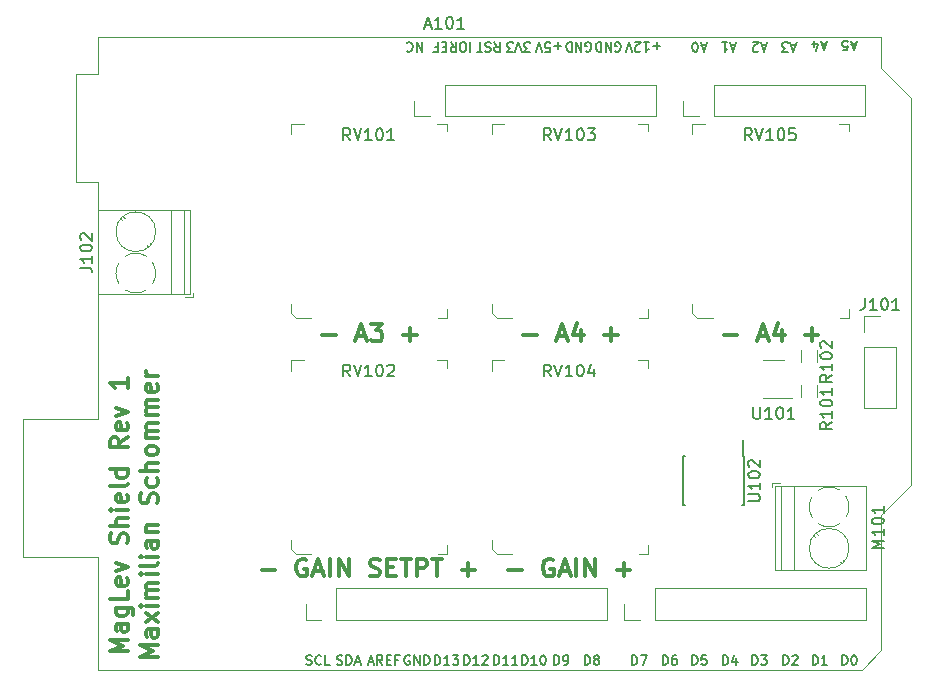
<source format=gbr>
G04 #@! TF.GenerationSoftware,KiCad,Pcbnew,(5.0.0-rc2-dev-668-g07e7340a9)*
G04 #@! TF.CreationDate,2019-04-05T10:17:21-04:00*
G04 #@! TF.ProjectId,MagLev,4D61674C65762E6B696361645F706362,rev?*
G04 #@! TF.SameCoordinates,Original*
G04 #@! TF.FileFunction,Legend,Top*
G04 #@! TF.FilePolarity,Positive*
%FSLAX46Y46*%
G04 Gerber Fmt 4.6, Leading zero omitted, Abs format (unit mm)*
G04 Created by KiCad (PCBNEW (5.0.0-rc2-dev-668-g07e7340a9)) date 04/05/19 10:17:21*
%MOMM*%
%LPD*%
G01*
G04 APERTURE LIST*
%ADD10C,0.300000*%
%ADD11C,0.200000*%
%ADD12C,0.120000*%
%ADD13C,0.100000*%
%ADD14C,0.150000*%
G04 APERTURE END LIST*
D10*
X103503571Y-117035714D02*
X102003571Y-117035714D01*
X103075000Y-116535714D01*
X102003571Y-116035714D01*
X103503571Y-116035714D01*
X103503571Y-114678571D02*
X102717857Y-114678571D01*
X102575000Y-114750000D01*
X102503571Y-114892857D01*
X102503571Y-115178571D01*
X102575000Y-115321428D01*
X103432142Y-114678571D02*
X103503571Y-114821428D01*
X103503571Y-115178571D01*
X103432142Y-115321428D01*
X103289285Y-115392857D01*
X103146428Y-115392857D01*
X103003571Y-115321428D01*
X102932142Y-115178571D01*
X102932142Y-114821428D01*
X102860714Y-114678571D01*
X102503571Y-113321428D02*
X103717857Y-113321428D01*
X103860714Y-113392857D01*
X103932142Y-113464285D01*
X104003571Y-113607142D01*
X104003571Y-113821428D01*
X103932142Y-113964285D01*
X103432142Y-113321428D02*
X103503571Y-113464285D01*
X103503571Y-113750000D01*
X103432142Y-113892857D01*
X103360714Y-113964285D01*
X103217857Y-114035714D01*
X102789285Y-114035714D01*
X102646428Y-113964285D01*
X102575000Y-113892857D01*
X102503571Y-113750000D01*
X102503571Y-113464285D01*
X102575000Y-113321428D01*
X103503571Y-111892857D02*
X103503571Y-112607142D01*
X102003571Y-112607142D01*
X103432142Y-110821428D02*
X103503571Y-110964285D01*
X103503571Y-111250000D01*
X103432142Y-111392857D01*
X103289285Y-111464285D01*
X102717857Y-111464285D01*
X102575000Y-111392857D01*
X102503571Y-111250000D01*
X102503571Y-110964285D01*
X102575000Y-110821428D01*
X102717857Y-110750000D01*
X102860714Y-110750000D01*
X103003571Y-111464285D01*
X102503571Y-110250000D02*
X103503571Y-109892857D01*
X102503571Y-109535714D01*
X103432142Y-107892857D02*
X103503571Y-107678571D01*
X103503571Y-107321428D01*
X103432142Y-107178571D01*
X103360714Y-107107142D01*
X103217857Y-107035714D01*
X103075000Y-107035714D01*
X102932142Y-107107142D01*
X102860714Y-107178571D01*
X102789285Y-107321428D01*
X102717857Y-107607142D01*
X102646428Y-107750000D01*
X102575000Y-107821428D01*
X102432142Y-107892857D01*
X102289285Y-107892857D01*
X102146428Y-107821428D01*
X102075000Y-107750000D01*
X102003571Y-107607142D01*
X102003571Y-107250000D01*
X102075000Y-107035714D01*
X103503571Y-106392857D02*
X102003571Y-106392857D01*
X103503571Y-105750000D02*
X102717857Y-105750000D01*
X102575000Y-105821428D01*
X102503571Y-105964285D01*
X102503571Y-106178571D01*
X102575000Y-106321428D01*
X102646428Y-106392857D01*
X103503571Y-105035714D02*
X102503571Y-105035714D01*
X102003571Y-105035714D02*
X102075000Y-105107142D01*
X102146428Y-105035714D01*
X102075000Y-104964285D01*
X102003571Y-105035714D01*
X102146428Y-105035714D01*
X103432142Y-103750000D02*
X103503571Y-103892857D01*
X103503571Y-104178571D01*
X103432142Y-104321428D01*
X103289285Y-104392857D01*
X102717857Y-104392857D01*
X102575000Y-104321428D01*
X102503571Y-104178571D01*
X102503571Y-103892857D01*
X102575000Y-103750000D01*
X102717857Y-103678571D01*
X102860714Y-103678571D01*
X103003571Y-104392857D01*
X103503571Y-102821428D02*
X103432142Y-102964285D01*
X103289285Y-103035714D01*
X102003571Y-103035714D01*
X103503571Y-101607142D02*
X102003571Y-101607142D01*
X103432142Y-101607142D02*
X103503571Y-101750000D01*
X103503571Y-102035714D01*
X103432142Y-102178571D01*
X103360714Y-102250000D01*
X103217857Y-102321428D01*
X102789285Y-102321428D01*
X102646428Y-102250000D01*
X102575000Y-102178571D01*
X102503571Y-102035714D01*
X102503571Y-101750000D01*
X102575000Y-101607142D01*
X103503571Y-98892857D02*
X102789285Y-99392857D01*
X103503571Y-99750000D02*
X102003571Y-99750000D01*
X102003571Y-99178571D01*
X102075000Y-99035714D01*
X102146428Y-98964285D01*
X102289285Y-98892857D01*
X102503571Y-98892857D01*
X102646428Y-98964285D01*
X102717857Y-99035714D01*
X102789285Y-99178571D01*
X102789285Y-99750000D01*
X103432142Y-97678571D02*
X103503571Y-97821428D01*
X103503571Y-98107142D01*
X103432142Y-98250000D01*
X103289285Y-98321428D01*
X102717857Y-98321428D01*
X102575000Y-98250000D01*
X102503571Y-98107142D01*
X102503571Y-97821428D01*
X102575000Y-97678571D01*
X102717857Y-97607142D01*
X102860714Y-97607142D01*
X103003571Y-98321428D01*
X102503571Y-97107142D02*
X103503571Y-96750000D01*
X102503571Y-96392857D01*
X103503571Y-93892857D02*
X103503571Y-94750000D01*
X103503571Y-94321428D02*
X102003571Y-94321428D01*
X102217857Y-94464285D01*
X102360714Y-94607142D01*
X102432142Y-94750000D01*
X106053571Y-117500000D02*
X104553571Y-117500000D01*
X105625000Y-117000000D01*
X104553571Y-116500000D01*
X106053571Y-116500000D01*
X106053571Y-115142857D02*
X105267857Y-115142857D01*
X105125000Y-115214285D01*
X105053571Y-115357142D01*
X105053571Y-115642857D01*
X105125000Y-115785714D01*
X105982142Y-115142857D02*
X106053571Y-115285714D01*
X106053571Y-115642857D01*
X105982142Y-115785714D01*
X105839285Y-115857142D01*
X105696428Y-115857142D01*
X105553571Y-115785714D01*
X105482142Y-115642857D01*
X105482142Y-115285714D01*
X105410714Y-115142857D01*
X106053571Y-114571428D02*
X105053571Y-113785714D01*
X105053571Y-114571428D02*
X106053571Y-113785714D01*
X106053571Y-113214285D02*
X105053571Y-113214285D01*
X104553571Y-113214285D02*
X104625000Y-113285714D01*
X104696428Y-113214285D01*
X104625000Y-113142857D01*
X104553571Y-113214285D01*
X104696428Y-113214285D01*
X106053571Y-112500000D02*
X105053571Y-112500000D01*
X105196428Y-112500000D02*
X105125000Y-112428571D01*
X105053571Y-112285714D01*
X105053571Y-112071428D01*
X105125000Y-111928571D01*
X105267857Y-111857142D01*
X106053571Y-111857142D01*
X105267857Y-111857142D02*
X105125000Y-111785714D01*
X105053571Y-111642857D01*
X105053571Y-111428571D01*
X105125000Y-111285714D01*
X105267857Y-111214285D01*
X106053571Y-111214285D01*
X106053571Y-110500000D02*
X105053571Y-110500000D01*
X104553571Y-110500000D02*
X104625000Y-110571428D01*
X104696428Y-110500000D01*
X104625000Y-110428571D01*
X104553571Y-110500000D01*
X104696428Y-110500000D01*
X106053571Y-109571428D02*
X105982142Y-109714285D01*
X105839285Y-109785714D01*
X104553571Y-109785714D01*
X106053571Y-109000000D02*
X105053571Y-109000000D01*
X104553571Y-109000000D02*
X104625000Y-109071428D01*
X104696428Y-109000000D01*
X104625000Y-108928571D01*
X104553571Y-109000000D01*
X104696428Y-109000000D01*
X106053571Y-107642857D02*
X105267857Y-107642857D01*
X105125000Y-107714285D01*
X105053571Y-107857142D01*
X105053571Y-108142857D01*
X105125000Y-108285714D01*
X105982142Y-107642857D02*
X106053571Y-107785714D01*
X106053571Y-108142857D01*
X105982142Y-108285714D01*
X105839285Y-108357142D01*
X105696428Y-108357142D01*
X105553571Y-108285714D01*
X105482142Y-108142857D01*
X105482142Y-107785714D01*
X105410714Y-107642857D01*
X105053571Y-106928571D02*
X106053571Y-106928571D01*
X105196428Y-106928571D02*
X105125000Y-106857142D01*
X105053571Y-106714285D01*
X105053571Y-106500000D01*
X105125000Y-106357142D01*
X105267857Y-106285714D01*
X106053571Y-106285714D01*
X105982142Y-104500000D02*
X106053571Y-104285714D01*
X106053571Y-103928571D01*
X105982142Y-103785714D01*
X105910714Y-103714285D01*
X105767857Y-103642857D01*
X105625000Y-103642857D01*
X105482142Y-103714285D01*
X105410714Y-103785714D01*
X105339285Y-103928571D01*
X105267857Y-104214285D01*
X105196428Y-104357142D01*
X105125000Y-104428571D01*
X104982142Y-104500000D01*
X104839285Y-104500000D01*
X104696428Y-104428571D01*
X104625000Y-104357142D01*
X104553571Y-104214285D01*
X104553571Y-103857142D01*
X104625000Y-103642857D01*
X105982142Y-102357142D02*
X106053571Y-102500000D01*
X106053571Y-102785714D01*
X105982142Y-102928571D01*
X105910714Y-103000000D01*
X105767857Y-103071428D01*
X105339285Y-103071428D01*
X105196428Y-103000000D01*
X105125000Y-102928571D01*
X105053571Y-102785714D01*
X105053571Y-102500000D01*
X105125000Y-102357142D01*
X106053571Y-101714285D02*
X104553571Y-101714285D01*
X106053571Y-101071428D02*
X105267857Y-101071428D01*
X105125000Y-101142857D01*
X105053571Y-101285714D01*
X105053571Y-101500000D01*
X105125000Y-101642857D01*
X105196428Y-101714285D01*
X106053571Y-100142857D02*
X105982142Y-100285714D01*
X105910714Y-100357142D01*
X105767857Y-100428571D01*
X105339285Y-100428571D01*
X105196428Y-100357142D01*
X105125000Y-100285714D01*
X105053571Y-100142857D01*
X105053571Y-99928571D01*
X105125000Y-99785714D01*
X105196428Y-99714285D01*
X105339285Y-99642857D01*
X105767857Y-99642857D01*
X105910714Y-99714285D01*
X105982142Y-99785714D01*
X106053571Y-99928571D01*
X106053571Y-100142857D01*
X106053571Y-99000000D02*
X105053571Y-99000000D01*
X105196428Y-99000000D02*
X105125000Y-98928571D01*
X105053571Y-98785714D01*
X105053571Y-98571428D01*
X105125000Y-98428571D01*
X105267857Y-98357142D01*
X106053571Y-98357142D01*
X105267857Y-98357142D02*
X105125000Y-98285714D01*
X105053571Y-98142857D01*
X105053571Y-97928571D01*
X105125000Y-97785714D01*
X105267857Y-97714285D01*
X106053571Y-97714285D01*
X106053571Y-97000000D02*
X105053571Y-97000000D01*
X105196428Y-97000000D02*
X105125000Y-96928571D01*
X105053571Y-96785714D01*
X105053571Y-96571428D01*
X105125000Y-96428571D01*
X105267857Y-96357142D01*
X106053571Y-96357142D01*
X105267857Y-96357142D02*
X105125000Y-96285714D01*
X105053571Y-96142857D01*
X105053571Y-95928571D01*
X105125000Y-95785714D01*
X105267857Y-95714285D01*
X106053571Y-95714285D01*
X105982142Y-94428571D02*
X106053571Y-94571428D01*
X106053571Y-94857142D01*
X105982142Y-95000000D01*
X105839285Y-95071428D01*
X105267857Y-95071428D01*
X105125000Y-95000000D01*
X105053571Y-94857142D01*
X105053571Y-94571428D01*
X105125000Y-94428571D01*
X105267857Y-94357142D01*
X105410714Y-94357142D01*
X105553571Y-95071428D01*
X106053571Y-93714285D02*
X105053571Y-93714285D01*
X105339285Y-93714285D02*
X105196428Y-93642857D01*
X105125000Y-93571428D01*
X105053571Y-93428571D01*
X105053571Y-93285714D01*
D11*
X128428571Y-65438095D02*
X128428571Y-66238095D01*
X127971428Y-65438095D01*
X127971428Y-66238095D01*
X127133333Y-65514285D02*
X127171428Y-65476190D01*
X127285714Y-65438095D01*
X127361904Y-65438095D01*
X127476190Y-65476190D01*
X127552380Y-65552380D01*
X127590476Y-65628571D01*
X127628571Y-65780952D01*
X127628571Y-65895238D01*
X127590476Y-66047619D01*
X127552380Y-66123809D01*
X127476190Y-66200000D01*
X127361904Y-66238095D01*
X127285714Y-66238095D01*
X127171428Y-66200000D01*
X127133333Y-66161904D01*
X132523809Y-65438095D02*
X132523809Y-66238095D01*
X131990476Y-66238095D02*
X131838095Y-66238095D01*
X131761904Y-66200000D01*
X131685714Y-66123809D01*
X131647619Y-65971428D01*
X131647619Y-65704761D01*
X131685714Y-65552380D01*
X131761904Y-65476190D01*
X131838095Y-65438095D01*
X131990476Y-65438095D01*
X132066666Y-65476190D01*
X132142857Y-65552380D01*
X132180952Y-65704761D01*
X132180952Y-65971428D01*
X132142857Y-66123809D01*
X132066666Y-66200000D01*
X131990476Y-66238095D01*
X130847619Y-65438095D02*
X131114285Y-65819047D01*
X131304761Y-65438095D02*
X131304761Y-66238095D01*
X131000000Y-66238095D01*
X130923809Y-66200000D01*
X130885714Y-66161904D01*
X130847619Y-66085714D01*
X130847619Y-65971428D01*
X130885714Y-65895238D01*
X130923809Y-65857142D01*
X131000000Y-65819047D01*
X131304761Y-65819047D01*
X130504761Y-65857142D02*
X130238095Y-65857142D01*
X130123809Y-65438095D02*
X130504761Y-65438095D01*
X130504761Y-66238095D01*
X130123809Y-66238095D01*
X129514285Y-65857142D02*
X129780952Y-65857142D01*
X129780952Y-65438095D02*
X129780952Y-66238095D01*
X129400000Y-66238095D01*
X134538095Y-65438095D02*
X134804761Y-65819047D01*
X134995238Y-65438095D02*
X134995238Y-66238095D01*
X134690476Y-66238095D01*
X134614285Y-66200000D01*
X134576190Y-66161904D01*
X134538095Y-66085714D01*
X134538095Y-65971428D01*
X134576190Y-65895238D01*
X134614285Y-65857142D01*
X134690476Y-65819047D01*
X134995238Y-65819047D01*
X134233333Y-65476190D02*
X134119047Y-65438095D01*
X133928571Y-65438095D01*
X133852380Y-65476190D01*
X133814285Y-65514285D01*
X133776190Y-65590476D01*
X133776190Y-65666666D01*
X133814285Y-65742857D01*
X133852380Y-65780952D01*
X133928571Y-65819047D01*
X134080952Y-65857142D01*
X134157142Y-65895238D01*
X134195238Y-65933333D01*
X134233333Y-66009523D01*
X134233333Y-66085714D01*
X134195238Y-66161904D01*
X134157142Y-66200000D01*
X134080952Y-66238095D01*
X133890476Y-66238095D01*
X133776190Y-66200000D01*
X133547619Y-66238095D02*
X133090476Y-66238095D01*
X133319047Y-65438095D02*
X133319047Y-66238095D01*
X137590476Y-66238095D02*
X137095238Y-66238095D01*
X137361904Y-65933333D01*
X137247619Y-65933333D01*
X137171428Y-65895238D01*
X137133333Y-65857142D01*
X137095238Y-65780952D01*
X137095238Y-65590476D01*
X137133333Y-65514285D01*
X137171428Y-65476190D01*
X137247619Y-65438095D01*
X137476190Y-65438095D01*
X137552380Y-65476190D01*
X137590476Y-65514285D01*
X136866666Y-66238095D02*
X136600000Y-65438095D01*
X136333333Y-66238095D01*
X136142857Y-66238095D02*
X135647619Y-66238095D01*
X135914285Y-65933333D01*
X135800000Y-65933333D01*
X135723809Y-65895238D01*
X135685714Y-65857142D01*
X135647619Y-65780952D01*
X135647619Y-65590476D01*
X135685714Y-65514285D01*
X135723809Y-65476190D01*
X135800000Y-65438095D01*
X136028571Y-65438095D01*
X136104761Y-65476190D01*
X136142857Y-65514285D01*
X140228571Y-65742857D02*
X139619047Y-65742857D01*
X139923809Y-65438095D02*
X139923809Y-66047619D01*
X138857142Y-66238095D02*
X139238095Y-66238095D01*
X139276190Y-65857142D01*
X139238095Y-65895238D01*
X139161904Y-65933333D01*
X138971428Y-65933333D01*
X138895238Y-65895238D01*
X138857142Y-65857142D01*
X138819047Y-65780952D01*
X138819047Y-65590476D01*
X138857142Y-65514285D01*
X138895238Y-65476190D01*
X138971428Y-65438095D01*
X139161904Y-65438095D01*
X139238095Y-65476190D01*
X139276190Y-65514285D01*
X138590476Y-66238095D02*
X138323809Y-65438095D01*
X138057142Y-66238095D01*
X142309523Y-66200000D02*
X142385714Y-66238095D01*
X142500000Y-66238095D01*
X142614285Y-66200000D01*
X142690476Y-66123809D01*
X142728571Y-66047619D01*
X142766666Y-65895238D01*
X142766666Y-65780952D01*
X142728571Y-65628571D01*
X142690476Y-65552380D01*
X142614285Y-65476190D01*
X142500000Y-65438095D01*
X142423809Y-65438095D01*
X142309523Y-65476190D01*
X142271428Y-65514285D01*
X142271428Y-65780952D01*
X142423809Y-65780952D01*
X141928571Y-65438095D02*
X141928571Y-66238095D01*
X141471428Y-65438095D01*
X141471428Y-66238095D01*
X141090476Y-65438095D02*
X141090476Y-66238095D01*
X140900000Y-66238095D01*
X140785714Y-66200000D01*
X140709523Y-66123809D01*
X140671428Y-66047619D01*
X140633333Y-65895238D01*
X140633333Y-65780952D01*
X140671428Y-65628571D01*
X140709523Y-65552380D01*
X140785714Y-65476190D01*
X140900000Y-65438095D01*
X141090476Y-65438095D01*
X144809523Y-66200000D02*
X144885714Y-66238095D01*
X145000000Y-66238095D01*
X145114285Y-66200000D01*
X145190476Y-66123809D01*
X145228571Y-66047619D01*
X145266666Y-65895238D01*
X145266666Y-65780952D01*
X145228571Y-65628571D01*
X145190476Y-65552380D01*
X145114285Y-65476190D01*
X145000000Y-65438095D01*
X144923809Y-65438095D01*
X144809523Y-65476190D01*
X144771428Y-65514285D01*
X144771428Y-65780952D01*
X144923809Y-65780952D01*
X144428571Y-65438095D02*
X144428571Y-66238095D01*
X143971428Y-65438095D01*
X143971428Y-66238095D01*
X143590476Y-65438095D02*
X143590476Y-66238095D01*
X143400000Y-66238095D01*
X143285714Y-66200000D01*
X143209523Y-66123809D01*
X143171428Y-66047619D01*
X143133333Y-65895238D01*
X143133333Y-65780952D01*
X143171428Y-65628571D01*
X143209523Y-65552380D01*
X143285714Y-65476190D01*
X143400000Y-65438095D01*
X143590476Y-65438095D01*
X148609523Y-65742857D02*
X148000000Y-65742857D01*
X148304761Y-65438095D02*
X148304761Y-66047619D01*
X147200000Y-65438095D02*
X147657142Y-65438095D01*
X147428571Y-65438095D02*
X147428571Y-66238095D01*
X147504761Y-66123809D01*
X147580952Y-66047619D01*
X147657142Y-66009523D01*
X146895238Y-66161904D02*
X146857142Y-66200000D01*
X146780952Y-66238095D01*
X146590476Y-66238095D01*
X146514285Y-66200000D01*
X146476190Y-66161904D01*
X146438095Y-66085714D01*
X146438095Y-66009523D01*
X146476190Y-65895238D01*
X146933333Y-65438095D01*
X146438095Y-65438095D01*
X146209523Y-66238095D02*
X145942857Y-65438095D01*
X145676190Y-66238095D01*
X152471428Y-65666666D02*
X152090476Y-65666666D01*
X152547619Y-65438095D02*
X152280952Y-66238095D01*
X152014285Y-65438095D01*
X151595238Y-66238095D02*
X151519047Y-66238095D01*
X151442857Y-66200000D01*
X151404761Y-66161904D01*
X151366666Y-66085714D01*
X151328571Y-65933333D01*
X151328571Y-65742857D01*
X151366666Y-65590476D01*
X151404761Y-65514285D01*
X151442857Y-65476190D01*
X151519047Y-65438095D01*
X151595238Y-65438095D01*
X151671428Y-65476190D01*
X151709523Y-65514285D01*
X151747619Y-65590476D01*
X151785714Y-65742857D01*
X151785714Y-65933333D01*
X151747619Y-66085714D01*
X151709523Y-66161904D01*
X151671428Y-66200000D01*
X151595238Y-66238095D01*
X154971428Y-65666666D02*
X154590476Y-65666666D01*
X155047619Y-65438095D02*
X154780952Y-66238095D01*
X154514285Y-65438095D01*
X153828571Y-65438095D02*
X154285714Y-65438095D01*
X154057142Y-65438095D02*
X154057142Y-66238095D01*
X154133333Y-66123809D01*
X154209523Y-66047619D01*
X154285714Y-66009523D01*
X157571428Y-65666666D02*
X157190476Y-65666666D01*
X157647619Y-65438095D02*
X157380952Y-66238095D01*
X157114285Y-65438095D01*
X156885714Y-66161904D02*
X156847619Y-66200000D01*
X156771428Y-66238095D01*
X156580952Y-66238095D01*
X156504761Y-66200000D01*
X156466666Y-66161904D01*
X156428571Y-66085714D01*
X156428571Y-66009523D01*
X156466666Y-65895238D01*
X156923809Y-65438095D01*
X156428571Y-65438095D01*
X160071428Y-65666666D02*
X159690476Y-65666666D01*
X160147619Y-65438095D02*
X159880952Y-66238095D01*
X159614285Y-65438095D01*
X159423809Y-66238095D02*
X158928571Y-66238095D01*
X159195238Y-65933333D01*
X159080952Y-65933333D01*
X159004761Y-65895238D01*
X158966666Y-65857142D01*
X158928571Y-65780952D01*
X158928571Y-65590476D01*
X158966666Y-65514285D01*
X159004761Y-65476190D01*
X159080952Y-65438095D01*
X159309523Y-65438095D01*
X159385714Y-65476190D01*
X159423809Y-65514285D01*
X162671428Y-65566666D02*
X162290476Y-65566666D01*
X162747619Y-65338095D02*
X162480952Y-66138095D01*
X162214285Y-65338095D01*
X161604761Y-65871428D02*
X161604761Y-65338095D01*
X161795238Y-66176190D02*
X161985714Y-65604761D01*
X161490476Y-65604761D01*
X165171428Y-65566666D02*
X164790476Y-65566666D01*
X165247619Y-65338095D02*
X164980952Y-66138095D01*
X164714285Y-65338095D01*
X164066666Y-66138095D02*
X164447619Y-66138095D01*
X164485714Y-65757142D01*
X164447619Y-65795238D01*
X164371428Y-65833333D01*
X164180952Y-65833333D01*
X164104761Y-65795238D01*
X164066666Y-65757142D01*
X164028571Y-65680952D01*
X164028571Y-65490476D01*
X164066666Y-65414285D01*
X164104761Y-65376190D01*
X164180952Y-65338095D01*
X164371428Y-65338095D01*
X164447619Y-65376190D01*
X164485714Y-65414285D01*
X164009523Y-118161904D02*
X164009523Y-117361904D01*
X164200000Y-117361904D01*
X164314285Y-117400000D01*
X164390476Y-117476190D01*
X164428571Y-117552380D01*
X164466666Y-117704761D01*
X164466666Y-117819047D01*
X164428571Y-117971428D01*
X164390476Y-118047619D01*
X164314285Y-118123809D01*
X164200000Y-118161904D01*
X164009523Y-118161904D01*
X164961904Y-117361904D02*
X165038095Y-117361904D01*
X165114285Y-117400000D01*
X165152380Y-117438095D01*
X165190476Y-117514285D01*
X165228571Y-117666666D01*
X165228571Y-117857142D01*
X165190476Y-118009523D01*
X165152380Y-118085714D01*
X165114285Y-118123809D01*
X165038095Y-118161904D01*
X164961904Y-118161904D01*
X164885714Y-118123809D01*
X164847619Y-118085714D01*
X164809523Y-118009523D01*
X164771428Y-117857142D01*
X164771428Y-117666666D01*
X164809523Y-117514285D01*
X164847619Y-117438095D01*
X164885714Y-117400000D01*
X164961904Y-117361904D01*
X161509523Y-118161904D02*
X161509523Y-117361904D01*
X161700000Y-117361904D01*
X161814285Y-117400000D01*
X161890476Y-117476190D01*
X161928571Y-117552380D01*
X161966666Y-117704761D01*
X161966666Y-117819047D01*
X161928571Y-117971428D01*
X161890476Y-118047619D01*
X161814285Y-118123809D01*
X161700000Y-118161904D01*
X161509523Y-118161904D01*
X162728571Y-118161904D02*
X162271428Y-118161904D01*
X162500000Y-118161904D02*
X162500000Y-117361904D01*
X162423809Y-117476190D01*
X162347619Y-117552380D01*
X162271428Y-117590476D01*
X159009523Y-118161904D02*
X159009523Y-117361904D01*
X159200000Y-117361904D01*
X159314285Y-117400000D01*
X159390476Y-117476190D01*
X159428571Y-117552380D01*
X159466666Y-117704761D01*
X159466666Y-117819047D01*
X159428571Y-117971428D01*
X159390476Y-118047619D01*
X159314285Y-118123809D01*
X159200000Y-118161904D01*
X159009523Y-118161904D01*
X159771428Y-117438095D02*
X159809523Y-117400000D01*
X159885714Y-117361904D01*
X160076190Y-117361904D01*
X160152380Y-117400000D01*
X160190476Y-117438095D01*
X160228571Y-117514285D01*
X160228571Y-117590476D01*
X160190476Y-117704761D01*
X159733333Y-118161904D01*
X160228571Y-118161904D01*
X156409523Y-118161904D02*
X156409523Y-117361904D01*
X156600000Y-117361904D01*
X156714285Y-117400000D01*
X156790476Y-117476190D01*
X156828571Y-117552380D01*
X156866666Y-117704761D01*
X156866666Y-117819047D01*
X156828571Y-117971428D01*
X156790476Y-118047619D01*
X156714285Y-118123809D01*
X156600000Y-118161904D01*
X156409523Y-118161904D01*
X157133333Y-117361904D02*
X157628571Y-117361904D01*
X157361904Y-117666666D01*
X157476190Y-117666666D01*
X157552380Y-117704761D01*
X157590476Y-117742857D01*
X157628571Y-117819047D01*
X157628571Y-118009523D01*
X157590476Y-118085714D01*
X157552380Y-118123809D01*
X157476190Y-118161904D01*
X157247619Y-118161904D01*
X157171428Y-118123809D01*
X157133333Y-118085714D01*
X153909523Y-118161904D02*
X153909523Y-117361904D01*
X154100000Y-117361904D01*
X154214285Y-117400000D01*
X154290476Y-117476190D01*
X154328571Y-117552380D01*
X154366666Y-117704761D01*
X154366666Y-117819047D01*
X154328571Y-117971428D01*
X154290476Y-118047619D01*
X154214285Y-118123809D01*
X154100000Y-118161904D01*
X153909523Y-118161904D01*
X155052380Y-117628571D02*
X155052380Y-118161904D01*
X154861904Y-117323809D02*
X154671428Y-117895238D01*
X155166666Y-117895238D01*
X151309523Y-118161904D02*
X151309523Y-117361904D01*
X151500000Y-117361904D01*
X151614285Y-117400000D01*
X151690476Y-117476190D01*
X151728571Y-117552380D01*
X151766666Y-117704761D01*
X151766666Y-117819047D01*
X151728571Y-117971428D01*
X151690476Y-118047619D01*
X151614285Y-118123809D01*
X151500000Y-118161904D01*
X151309523Y-118161904D01*
X152490476Y-117361904D02*
X152109523Y-117361904D01*
X152071428Y-117742857D01*
X152109523Y-117704761D01*
X152185714Y-117666666D01*
X152376190Y-117666666D01*
X152452380Y-117704761D01*
X152490476Y-117742857D01*
X152528571Y-117819047D01*
X152528571Y-118009523D01*
X152490476Y-118085714D01*
X152452380Y-118123809D01*
X152376190Y-118161904D01*
X152185714Y-118161904D01*
X152109523Y-118123809D01*
X152071428Y-118085714D01*
X148809523Y-118161904D02*
X148809523Y-117361904D01*
X149000000Y-117361904D01*
X149114285Y-117400000D01*
X149190476Y-117476190D01*
X149228571Y-117552380D01*
X149266666Y-117704761D01*
X149266666Y-117819047D01*
X149228571Y-117971428D01*
X149190476Y-118047619D01*
X149114285Y-118123809D01*
X149000000Y-118161904D01*
X148809523Y-118161904D01*
X149952380Y-117361904D02*
X149800000Y-117361904D01*
X149723809Y-117400000D01*
X149685714Y-117438095D01*
X149609523Y-117552380D01*
X149571428Y-117704761D01*
X149571428Y-118009523D01*
X149609523Y-118085714D01*
X149647619Y-118123809D01*
X149723809Y-118161904D01*
X149876190Y-118161904D01*
X149952380Y-118123809D01*
X149990476Y-118085714D01*
X150028571Y-118009523D01*
X150028571Y-117819047D01*
X149990476Y-117742857D01*
X149952380Y-117704761D01*
X149876190Y-117666666D01*
X149723809Y-117666666D01*
X149647619Y-117704761D01*
X149609523Y-117742857D01*
X149571428Y-117819047D01*
X146209523Y-118161904D02*
X146209523Y-117361904D01*
X146400000Y-117361904D01*
X146514285Y-117400000D01*
X146590476Y-117476190D01*
X146628571Y-117552380D01*
X146666666Y-117704761D01*
X146666666Y-117819047D01*
X146628571Y-117971428D01*
X146590476Y-118047619D01*
X146514285Y-118123809D01*
X146400000Y-118161904D01*
X146209523Y-118161904D01*
X146933333Y-117361904D02*
X147466666Y-117361904D01*
X147123809Y-118161904D01*
X142209523Y-118161904D02*
X142209523Y-117361904D01*
X142400000Y-117361904D01*
X142514285Y-117400000D01*
X142590476Y-117476190D01*
X142628571Y-117552380D01*
X142666666Y-117704761D01*
X142666666Y-117819047D01*
X142628571Y-117971428D01*
X142590476Y-118047619D01*
X142514285Y-118123809D01*
X142400000Y-118161904D01*
X142209523Y-118161904D01*
X143123809Y-117704761D02*
X143047619Y-117666666D01*
X143009523Y-117628571D01*
X142971428Y-117552380D01*
X142971428Y-117514285D01*
X143009523Y-117438095D01*
X143047619Y-117400000D01*
X143123809Y-117361904D01*
X143276190Y-117361904D01*
X143352380Y-117400000D01*
X143390476Y-117438095D01*
X143428571Y-117514285D01*
X143428571Y-117552380D01*
X143390476Y-117628571D01*
X143352380Y-117666666D01*
X143276190Y-117704761D01*
X143123809Y-117704761D01*
X143047619Y-117742857D01*
X143009523Y-117780952D01*
X142971428Y-117857142D01*
X142971428Y-118009523D01*
X143009523Y-118085714D01*
X143047619Y-118123809D01*
X143123809Y-118161904D01*
X143276190Y-118161904D01*
X143352380Y-118123809D01*
X143390476Y-118085714D01*
X143428571Y-118009523D01*
X143428571Y-117857142D01*
X143390476Y-117780952D01*
X143352380Y-117742857D01*
X143276190Y-117704761D01*
X139609523Y-118161904D02*
X139609523Y-117361904D01*
X139800000Y-117361904D01*
X139914285Y-117400000D01*
X139990476Y-117476190D01*
X140028571Y-117552380D01*
X140066666Y-117704761D01*
X140066666Y-117819047D01*
X140028571Y-117971428D01*
X139990476Y-118047619D01*
X139914285Y-118123809D01*
X139800000Y-118161904D01*
X139609523Y-118161904D01*
X140447619Y-118161904D02*
X140600000Y-118161904D01*
X140676190Y-118123809D01*
X140714285Y-118085714D01*
X140790476Y-117971428D01*
X140828571Y-117819047D01*
X140828571Y-117514285D01*
X140790476Y-117438095D01*
X140752380Y-117400000D01*
X140676190Y-117361904D01*
X140523809Y-117361904D01*
X140447619Y-117400000D01*
X140409523Y-117438095D01*
X140371428Y-117514285D01*
X140371428Y-117704761D01*
X140409523Y-117780952D01*
X140447619Y-117819047D01*
X140523809Y-117857142D01*
X140676190Y-117857142D01*
X140752380Y-117819047D01*
X140790476Y-117780952D01*
X140828571Y-117704761D01*
X136928571Y-118161904D02*
X136928571Y-117361904D01*
X137119047Y-117361904D01*
X137233333Y-117400000D01*
X137309523Y-117476190D01*
X137347619Y-117552380D01*
X137385714Y-117704761D01*
X137385714Y-117819047D01*
X137347619Y-117971428D01*
X137309523Y-118047619D01*
X137233333Y-118123809D01*
X137119047Y-118161904D01*
X136928571Y-118161904D01*
X138147619Y-118161904D02*
X137690476Y-118161904D01*
X137919047Y-118161904D02*
X137919047Y-117361904D01*
X137842857Y-117476190D01*
X137766666Y-117552380D01*
X137690476Y-117590476D01*
X138642857Y-117361904D02*
X138719047Y-117361904D01*
X138795238Y-117400000D01*
X138833333Y-117438095D01*
X138871428Y-117514285D01*
X138909523Y-117666666D01*
X138909523Y-117857142D01*
X138871428Y-118009523D01*
X138833333Y-118085714D01*
X138795238Y-118123809D01*
X138719047Y-118161904D01*
X138642857Y-118161904D01*
X138566666Y-118123809D01*
X138528571Y-118085714D01*
X138490476Y-118009523D01*
X138452380Y-117857142D01*
X138452380Y-117666666D01*
X138490476Y-117514285D01*
X138528571Y-117438095D01*
X138566666Y-117400000D01*
X138642857Y-117361904D01*
X134528571Y-118161904D02*
X134528571Y-117361904D01*
X134719047Y-117361904D01*
X134833333Y-117400000D01*
X134909523Y-117476190D01*
X134947619Y-117552380D01*
X134985714Y-117704761D01*
X134985714Y-117819047D01*
X134947619Y-117971428D01*
X134909523Y-118047619D01*
X134833333Y-118123809D01*
X134719047Y-118161904D01*
X134528571Y-118161904D01*
X135747619Y-118161904D02*
X135290476Y-118161904D01*
X135519047Y-118161904D02*
X135519047Y-117361904D01*
X135442857Y-117476190D01*
X135366666Y-117552380D01*
X135290476Y-117590476D01*
X136509523Y-118161904D02*
X136052380Y-118161904D01*
X136280952Y-118161904D02*
X136280952Y-117361904D01*
X136204761Y-117476190D01*
X136128571Y-117552380D01*
X136052380Y-117590476D01*
X132028571Y-118161904D02*
X132028571Y-117361904D01*
X132219047Y-117361904D01*
X132333333Y-117400000D01*
X132409523Y-117476190D01*
X132447619Y-117552380D01*
X132485714Y-117704761D01*
X132485714Y-117819047D01*
X132447619Y-117971428D01*
X132409523Y-118047619D01*
X132333333Y-118123809D01*
X132219047Y-118161904D01*
X132028571Y-118161904D01*
X133247619Y-118161904D02*
X132790476Y-118161904D01*
X133019047Y-118161904D02*
X133019047Y-117361904D01*
X132942857Y-117476190D01*
X132866666Y-117552380D01*
X132790476Y-117590476D01*
X133552380Y-117438095D02*
X133590476Y-117400000D01*
X133666666Y-117361904D01*
X133857142Y-117361904D01*
X133933333Y-117400000D01*
X133971428Y-117438095D01*
X134009523Y-117514285D01*
X134009523Y-117590476D01*
X133971428Y-117704761D01*
X133514285Y-118161904D01*
X134009523Y-118161904D01*
X129528571Y-118161904D02*
X129528571Y-117361904D01*
X129719047Y-117361904D01*
X129833333Y-117400000D01*
X129909523Y-117476190D01*
X129947619Y-117552380D01*
X129985714Y-117704761D01*
X129985714Y-117819047D01*
X129947619Y-117971428D01*
X129909523Y-118047619D01*
X129833333Y-118123809D01*
X129719047Y-118161904D01*
X129528571Y-118161904D01*
X130747619Y-118161904D02*
X130290476Y-118161904D01*
X130519047Y-118161904D02*
X130519047Y-117361904D01*
X130442857Y-117476190D01*
X130366666Y-117552380D01*
X130290476Y-117590476D01*
X131014285Y-117361904D02*
X131509523Y-117361904D01*
X131242857Y-117666666D01*
X131357142Y-117666666D01*
X131433333Y-117704761D01*
X131471428Y-117742857D01*
X131509523Y-117819047D01*
X131509523Y-118009523D01*
X131471428Y-118085714D01*
X131433333Y-118123809D01*
X131357142Y-118161904D01*
X131128571Y-118161904D01*
X131052380Y-118123809D01*
X131014285Y-118085714D01*
X127390476Y-117400000D02*
X127314285Y-117361904D01*
X127200000Y-117361904D01*
X127085714Y-117400000D01*
X127009523Y-117476190D01*
X126971428Y-117552380D01*
X126933333Y-117704761D01*
X126933333Y-117819047D01*
X126971428Y-117971428D01*
X127009523Y-118047619D01*
X127085714Y-118123809D01*
X127200000Y-118161904D01*
X127276190Y-118161904D01*
X127390476Y-118123809D01*
X127428571Y-118085714D01*
X127428571Y-117819047D01*
X127276190Y-117819047D01*
X127771428Y-118161904D02*
X127771428Y-117361904D01*
X128228571Y-118161904D01*
X128228571Y-117361904D01*
X128609523Y-118161904D02*
X128609523Y-117361904D01*
X128800000Y-117361904D01*
X128914285Y-117400000D01*
X128990476Y-117476190D01*
X129028571Y-117552380D01*
X129066666Y-117704761D01*
X129066666Y-117819047D01*
X129028571Y-117971428D01*
X128990476Y-118047619D01*
X128914285Y-118123809D01*
X128800000Y-118161904D01*
X128609523Y-118161904D01*
X123904761Y-117933333D02*
X124285714Y-117933333D01*
X123828571Y-118161904D02*
X124095238Y-117361904D01*
X124361904Y-118161904D01*
X125085714Y-118161904D02*
X124819047Y-117780952D01*
X124628571Y-118161904D02*
X124628571Y-117361904D01*
X124933333Y-117361904D01*
X125009523Y-117400000D01*
X125047619Y-117438095D01*
X125085714Y-117514285D01*
X125085714Y-117628571D01*
X125047619Y-117704761D01*
X125009523Y-117742857D01*
X124933333Y-117780952D01*
X124628571Y-117780952D01*
X125428571Y-117742857D02*
X125695238Y-117742857D01*
X125809523Y-118161904D02*
X125428571Y-118161904D01*
X125428571Y-117361904D01*
X125809523Y-117361904D01*
X126419047Y-117742857D02*
X126152380Y-117742857D01*
X126152380Y-118161904D02*
X126152380Y-117361904D01*
X126533333Y-117361904D01*
X121228571Y-118123809D02*
X121342857Y-118161904D01*
X121533333Y-118161904D01*
X121609523Y-118123809D01*
X121647619Y-118085714D01*
X121685714Y-118009523D01*
X121685714Y-117933333D01*
X121647619Y-117857142D01*
X121609523Y-117819047D01*
X121533333Y-117780952D01*
X121380952Y-117742857D01*
X121304761Y-117704761D01*
X121266666Y-117666666D01*
X121228571Y-117590476D01*
X121228571Y-117514285D01*
X121266666Y-117438095D01*
X121304761Y-117400000D01*
X121380952Y-117361904D01*
X121571428Y-117361904D01*
X121685714Y-117400000D01*
X122028571Y-118161904D02*
X122028571Y-117361904D01*
X122219047Y-117361904D01*
X122333333Y-117400000D01*
X122409523Y-117476190D01*
X122447619Y-117552380D01*
X122485714Y-117704761D01*
X122485714Y-117819047D01*
X122447619Y-117971428D01*
X122409523Y-118047619D01*
X122333333Y-118123809D01*
X122219047Y-118161904D01*
X122028571Y-118161904D01*
X122790476Y-117933333D02*
X123171428Y-117933333D01*
X122714285Y-118161904D02*
X122980952Y-117361904D01*
X123247619Y-118161904D01*
X118647619Y-118123809D02*
X118761904Y-118161904D01*
X118952380Y-118161904D01*
X119028571Y-118123809D01*
X119066666Y-118085714D01*
X119104761Y-118009523D01*
X119104761Y-117933333D01*
X119066666Y-117857142D01*
X119028571Y-117819047D01*
X118952380Y-117780952D01*
X118800000Y-117742857D01*
X118723809Y-117704761D01*
X118685714Y-117666666D01*
X118647619Y-117590476D01*
X118647619Y-117514285D01*
X118685714Y-117438095D01*
X118723809Y-117400000D01*
X118800000Y-117361904D01*
X118990476Y-117361904D01*
X119104761Y-117400000D01*
X119904761Y-118085714D02*
X119866666Y-118123809D01*
X119752380Y-118161904D01*
X119676190Y-118161904D01*
X119561904Y-118123809D01*
X119485714Y-118047619D01*
X119447619Y-117971428D01*
X119409523Y-117819047D01*
X119409523Y-117704761D01*
X119447619Y-117552380D01*
X119485714Y-117476190D01*
X119561904Y-117400000D01*
X119676190Y-117361904D01*
X119752380Y-117361904D01*
X119866666Y-117400000D01*
X119904761Y-117438095D01*
X120628571Y-118161904D02*
X120247619Y-118161904D01*
X120247619Y-117361904D01*
D10*
X114864285Y-110107142D02*
X116007142Y-110107142D01*
X118650000Y-109250000D02*
X118507142Y-109178571D01*
X118292857Y-109178571D01*
X118078571Y-109250000D01*
X117935714Y-109392857D01*
X117864285Y-109535714D01*
X117792857Y-109821428D01*
X117792857Y-110035714D01*
X117864285Y-110321428D01*
X117935714Y-110464285D01*
X118078571Y-110607142D01*
X118292857Y-110678571D01*
X118435714Y-110678571D01*
X118650000Y-110607142D01*
X118721428Y-110535714D01*
X118721428Y-110035714D01*
X118435714Y-110035714D01*
X119292857Y-110250000D02*
X120007142Y-110250000D01*
X119150000Y-110678571D02*
X119650000Y-109178571D01*
X120150000Y-110678571D01*
X120650000Y-110678571D02*
X120650000Y-109178571D01*
X121364285Y-110678571D02*
X121364285Y-109178571D01*
X122221428Y-110678571D01*
X122221428Y-109178571D01*
X124007142Y-110607142D02*
X124221428Y-110678571D01*
X124578571Y-110678571D01*
X124721428Y-110607142D01*
X124792857Y-110535714D01*
X124864285Y-110392857D01*
X124864285Y-110250000D01*
X124792857Y-110107142D01*
X124721428Y-110035714D01*
X124578571Y-109964285D01*
X124292857Y-109892857D01*
X124150000Y-109821428D01*
X124078571Y-109750000D01*
X124007142Y-109607142D01*
X124007142Y-109464285D01*
X124078571Y-109321428D01*
X124150000Y-109250000D01*
X124292857Y-109178571D01*
X124650000Y-109178571D01*
X124864285Y-109250000D01*
X125507142Y-109892857D02*
X126007142Y-109892857D01*
X126221428Y-110678571D02*
X125507142Y-110678571D01*
X125507142Y-109178571D01*
X126221428Y-109178571D01*
X126650000Y-109178571D02*
X127507142Y-109178571D01*
X127078571Y-110678571D02*
X127078571Y-109178571D01*
X128007142Y-110678571D02*
X128007142Y-109178571D01*
X128578571Y-109178571D01*
X128721428Y-109250000D01*
X128792857Y-109321428D01*
X128864285Y-109464285D01*
X128864285Y-109678571D01*
X128792857Y-109821428D01*
X128721428Y-109892857D01*
X128578571Y-109964285D01*
X128007142Y-109964285D01*
X129292857Y-109178571D02*
X130150000Y-109178571D01*
X129721428Y-110678571D02*
X129721428Y-109178571D01*
X131792857Y-110107142D02*
X132935714Y-110107142D01*
X132364285Y-110678571D02*
X132364285Y-109535714D01*
X135721428Y-110107142D02*
X136864285Y-110107142D01*
X139507142Y-109250000D02*
X139364285Y-109178571D01*
X139150000Y-109178571D01*
X138935714Y-109250000D01*
X138792857Y-109392857D01*
X138721428Y-109535714D01*
X138650000Y-109821428D01*
X138650000Y-110035714D01*
X138721428Y-110321428D01*
X138792857Y-110464285D01*
X138935714Y-110607142D01*
X139150000Y-110678571D01*
X139292857Y-110678571D01*
X139507142Y-110607142D01*
X139578571Y-110535714D01*
X139578571Y-110035714D01*
X139292857Y-110035714D01*
X140150000Y-110250000D02*
X140864285Y-110250000D01*
X140007142Y-110678571D02*
X140507142Y-109178571D01*
X141007142Y-110678571D01*
X141507142Y-110678571D02*
X141507142Y-109178571D01*
X142221428Y-110678571D02*
X142221428Y-109178571D01*
X143078571Y-110678571D01*
X143078571Y-109178571D01*
X144935714Y-110107142D02*
X146078571Y-110107142D01*
X145507142Y-110678571D02*
X145507142Y-109535714D01*
X154000000Y-90207142D02*
X155142857Y-90207142D01*
X156928571Y-90350000D02*
X157642857Y-90350000D01*
X156785714Y-90778571D02*
X157285714Y-89278571D01*
X157785714Y-90778571D01*
X158928571Y-89778571D02*
X158928571Y-90778571D01*
X158571428Y-89207142D02*
X158214285Y-90278571D01*
X159142857Y-90278571D01*
X160857142Y-90207142D02*
X162000000Y-90207142D01*
X161428571Y-90778571D02*
X161428571Y-89635714D01*
X137000000Y-90207142D02*
X138142857Y-90207142D01*
X139928571Y-90350000D02*
X140642857Y-90350000D01*
X139785714Y-90778571D02*
X140285714Y-89278571D01*
X140785714Y-90778571D01*
X141928571Y-89778571D02*
X141928571Y-90778571D01*
X141571428Y-89207142D02*
X141214285Y-90278571D01*
X142142857Y-90278571D01*
X143857142Y-90207142D02*
X145000000Y-90207142D01*
X144428571Y-90778571D02*
X144428571Y-89635714D01*
X120000000Y-90207142D02*
X121142857Y-90207142D01*
X122928571Y-90350000D02*
X123642857Y-90350000D01*
X122785714Y-90778571D02*
X123285714Y-89278571D01*
X123785714Y-90778571D01*
X124142857Y-89278571D02*
X125071428Y-89278571D01*
X124571428Y-89850000D01*
X124785714Y-89850000D01*
X124928571Y-89921428D01*
X125000000Y-89992857D01*
X125071428Y-90135714D01*
X125071428Y-90492857D01*
X125000000Y-90635714D01*
X124928571Y-90707142D01*
X124785714Y-90778571D01*
X124357142Y-90778571D01*
X124214285Y-90707142D01*
X124142857Y-90635714D01*
X126857142Y-90207142D02*
X128000000Y-90207142D01*
X127428571Y-90778571D02*
X127428571Y-89635714D01*
D12*
X167295000Y-105517500D02*
X169835000Y-102977500D01*
X167295000Y-116947500D02*
X167295000Y-105517500D01*
X165645000Y-118597500D02*
X167295000Y-116947500D01*
X100995000Y-118597500D02*
X165645000Y-118597500D01*
X100995000Y-109067500D02*
X100995000Y-118597500D01*
X94645000Y-109067500D02*
X100995000Y-109067500D01*
X94645000Y-97387500D02*
X94645000Y-109067500D01*
X100995000Y-97387500D02*
X94645000Y-97387500D01*
X100995000Y-77317500D02*
X100995000Y-97387500D01*
X99095000Y-77317500D02*
X100995000Y-77317500D01*
X99095000Y-68177500D02*
X99095000Y-77317500D01*
X100995000Y-68177500D02*
X99095000Y-68177500D01*
X100995000Y-64997500D02*
X100995000Y-68177500D01*
X167295000Y-64997500D02*
X100995000Y-64997500D01*
X167295000Y-67667500D02*
X167295000Y-64997500D01*
X169835000Y-70207500D02*
X167295000Y-67667500D01*
X169835000Y-102977500D02*
X169835000Y-70207500D01*
X165870000Y-96410000D02*
X168530000Y-96410000D01*
X165870000Y-91270000D02*
X165870000Y-96410000D01*
X168530000Y-91270000D02*
X168530000Y-96410000D01*
X165870000Y-91270000D02*
X168530000Y-91270000D01*
X165870000Y-90000000D02*
X165870000Y-88670000D01*
X165870000Y-88670000D02*
X167200000Y-88670000D01*
X105624721Y-84109736D02*
G75*
G02X105880000Y-85000000I-1424721J-890264D01*
G01*
X103309807Y-83574495D02*
G75*
G02X105091000Y-83575000I890193J-1425505D01*
G01*
X102774642Y-85889894D02*
G75*
G02X102760000Y-84134000I1425358J889894D01*
G01*
X105089894Y-86425358D02*
G75*
G02X103334000Y-86440000I-889894J1425358D01*
G01*
X105880099Y-84971326D02*
G75*
G02X105640000Y-85866000I-1680099J-28674D01*
G01*
X105880000Y-81500000D02*
G75*
G03X105880000Y-81500000I-1680000J0D01*
G01*
X108300000Y-86810000D02*
X108300000Y-79690000D01*
X107200000Y-86810000D02*
X107200000Y-79690000D01*
X101040000Y-86810000D02*
X101040000Y-79690000D01*
X108760000Y-86810000D02*
X108760000Y-79690000D01*
X101040000Y-86810000D02*
X108760000Y-86810000D01*
X101040000Y-79690000D02*
X108760000Y-79690000D01*
X103131000Y-80225000D02*
X103259000Y-80354000D01*
X105381000Y-82475000D02*
X105474000Y-82569000D01*
X102925000Y-80430000D02*
X103019000Y-80524000D01*
X105141000Y-82645000D02*
X105269000Y-82774000D01*
X108360000Y-87050000D02*
X109000000Y-87050000D01*
X109000000Y-87050000D02*
X109000000Y-86650000D01*
X158100000Y-102750000D02*
X158100000Y-103150000D01*
X158740000Y-102750000D02*
X158100000Y-102750000D01*
X161959000Y-107155000D02*
X161831000Y-107026000D01*
X164175000Y-109370000D02*
X164081000Y-109276000D01*
X161719000Y-107325000D02*
X161626000Y-107231000D01*
X163969000Y-109575000D02*
X163841000Y-109446000D01*
X166060000Y-110110000D02*
X158340000Y-110110000D01*
X166060000Y-102990000D02*
X158340000Y-102990000D01*
X158340000Y-102990000D02*
X158340000Y-110110000D01*
X166060000Y-102990000D02*
X166060000Y-110110000D01*
X159900000Y-102990000D02*
X159900000Y-110110000D01*
X158800000Y-102990000D02*
X158800000Y-110110000D01*
X164580000Y-108300000D02*
G75*
G03X164580000Y-108300000I-1680000J0D01*
G01*
X161219901Y-104828674D02*
G75*
G02X161460000Y-103934000I1680099J28674D01*
G01*
X162010106Y-103374642D02*
G75*
G02X163766000Y-103360000I889894J-1425358D01*
G01*
X164325358Y-103910106D02*
G75*
G02X164340000Y-105666000I-1425358J-889894D01*
G01*
X163790193Y-106225505D02*
G75*
G02X162009000Y-106225000I-890193J1425505D01*
G01*
X161475279Y-105690264D02*
G75*
G02X161220000Y-104800000I1424721J890264D01*
G01*
X160520000Y-95500000D02*
X160520000Y-94500000D01*
X161880000Y-94500000D02*
X161880000Y-95500000D01*
X161880000Y-91500000D02*
X161880000Y-92500000D01*
X160520000Y-92500000D02*
X160520000Y-91500000D01*
D13*
X130575000Y-72350000D02*
X130575000Y-73000000D01*
X129725000Y-72350000D02*
X130575000Y-72350000D01*
X130575000Y-88800000D02*
X129825000Y-88800000D01*
X130575000Y-88025000D02*
X130575000Y-88800000D01*
X117325000Y-72350000D02*
X117325000Y-73250000D01*
X118400000Y-72350000D02*
X117325000Y-72350000D01*
X117750000Y-88800000D02*
X119050000Y-88800000D01*
X117325000Y-88350000D02*
X117750000Y-88800000D01*
X117325000Y-87575000D02*
X117325000Y-88350000D01*
X130575000Y-92350000D02*
X130575000Y-93000000D01*
X129725000Y-92350000D02*
X130575000Y-92350000D01*
X130575000Y-108800000D02*
X129825000Y-108800000D01*
X130575000Y-108025000D02*
X130575000Y-108800000D01*
X117325000Y-92350000D02*
X117325000Y-93250000D01*
X118400000Y-92350000D02*
X117325000Y-92350000D01*
X117750000Y-108800000D02*
X119050000Y-108800000D01*
X117325000Y-108350000D02*
X117750000Y-108800000D01*
X117325000Y-107575000D02*
X117325000Y-108350000D01*
X134325000Y-87575000D02*
X134325000Y-88350000D01*
X134325000Y-88350000D02*
X134750000Y-88800000D01*
X134750000Y-88800000D02*
X136050000Y-88800000D01*
X135400000Y-72350000D02*
X134325000Y-72350000D01*
X134325000Y-72350000D02*
X134325000Y-73250000D01*
X147575000Y-88025000D02*
X147575000Y-88800000D01*
X147575000Y-88800000D02*
X146825000Y-88800000D01*
X146725000Y-72350000D02*
X147575000Y-72350000D01*
X147575000Y-72350000D02*
X147575000Y-73000000D01*
X134325000Y-107575000D02*
X134325000Y-108350000D01*
X134325000Y-108350000D02*
X134750000Y-108800000D01*
X134750000Y-108800000D02*
X136050000Y-108800000D01*
X135400000Y-92350000D02*
X134325000Y-92350000D01*
X134325000Y-92350000D02*
X134325000Y-93250000D01*
X147575000Y-108025000D02*
X147575000Y-108800000D01*
X147575000Y-108800000D02*
X146825000Y-108800000D01*
X146725000Y-92350000D02*
X147575000Y-92350000D01*
X147575000Y-92350000D02*
X147575000Y-93000000D01*
X164575000Y-72350000D02*
X164575000Y-73000000D01*
X163725000Y-72350000D02*
X164575000Y-72350000D01*
X164575000Y-88800000D02*
X163825000Y-88800000D01*
X164575000Y-88025000D02*
X164575000Y-88800000D01*
X151325000Y-72350000D02*
X151325000Y-73250000D01*
X152400000Y-72350000D02*
X151325000Y-72350000D01*
X151750000Y-88800000D02*
X153050000Y-88800000D01*
X151325000Y-88350000D02*
X151750000Y-88800000D01*
X151325000Y-87575000D02*
X151325000Y-88350000D01*
D12*
X159100000Y-92390000D02*
X157300000Y-92390000D01*
X157300000Y-95610000D02*
X159750000Y-95610000D01*
D14*
X155675000Y-100525000D02*
X155625000Y-100525000D01*
X155675000Y-104675000D02*
X155530000Y-104675000D01*
X150525000Y-104675000D02*
X150670000Y-104675000D01*
X150525000Y-100525000D02*
X150670000Y-100525000D01*
X155675000Y-100525000D02*
X155675000Y-104675000D01*
X150525000Y-100525000D02*
X150525000Y-104675000D01*
X155625000Y-100525000D02*
X155625000Y-99125000D01*
D12*
X118570000Y-114330000D02*
X118570000Y-113000000D01*
X119900000Y-114330000D02*
X118570000Y-114330000D01*
X121170000Y-114330000D02*
X121170000Y-111670000D01*
X121170000Y-111670000D02*
X144090000Y-111670000D01*
X121170000Y-114330000D02*
X144090000Y-114330000D01*
X144090000Y-114330000D02*
X144090000Y-111670000D01*
X166010000Y-114330000D02*
X166010000Y-111670000D01*
X148170000Y-114330000D02*
X166010000Y-114330000D01*
X148170000Y-111670000D02*
X166010000Y-111670000D01*
X148170000Y-114330000D02*
X148170000Y-111670000D01*
X146900000Y-114330000D02*
X145570000Y-114330000D01*
X145570000Y-114330000D02*
X145570000Y-113000000D01*
X127770000Y-71730000D02*
X127770000Y-70400000D01*
X129100000Y-71730000D02*
X127770000Y-71730000D01*
X130370000Y-71730000D02*
X130370000Y-69070000D01*
X130370000Y-69070000D02*
X148210000Y-69070000D01*
X130370000Y-71730000D02*
X148210000Y-71730000D01*
X148210000Y-71730000D02*
X148210000Y-69070000D01*
X150570000Y-71730000D02*
X150570000Y-70400000D01*
X151900000Y-71730000D02*
X150570000Y-71730000D01*
X153170000Y-71730000D02*
X153170000Y-69070000D01*
X153170000Y-69070000D02*
X165930000Y-69070000D01*
X153170000Y-71730000D02*
X165930000Y-71730000D01*
X165930000Y-71730000D02*
X165930000Y-69070000D01*
D14*
X128668333Y-64024166D02*
X129144523Y-64024166D01*
X128573095Y-64309880D02*
X128906428Y-63309880D01*
X129239761Y-64309880D01*
X130096904Y-64309880D02*
X129525476Y-64309880D01*
X129811190Y-64309880D02*
X129811190Y-63309880D01*
X129715952Y-63452738D01*
X129620714Y-63547976D01*
X129525476Y-63595595D01*
X130715952Y-63309880D02*
X130811190Y-63309880D01*
X130906428Y-63357500D01*
X130954047Y-63405119D01*
X131001666Y-63500357D01*
X131049285Y-63690833D01*
X131049285Y-63928928D01*
X131001666Y-64119404D01*
X130954047Y-64214642D01*
X130906428Y-64262261D01*
X130811190Y-64309880D01*
X130715952Y-64309880D01*
X130620714Y-64262261D01*
X130573095Y-64214642D01*
X130525476Y-64119404D01*
X130477857Y-63928928D01*
X130477857Y-63690833D01*
X130525476Y-63500357D01*
X130573095Y-63405119D01*
X130620714Y-63357500D01*
X130715952Y-63309880D01*
X132001666Y-64309880D02*
X131430238Y-64309880D01*
X131715952Y-64309880D02*
X131715952Y-63309880D01*
X131620714Y-63452738D01*
X131525476Y-63547976D01*
X131430238Y-63595595D01*
X165914285Y-87122380D02*
X165914285Y-87836666D01*
X165866666Y-87979523D01*
X165771428Y-88074761D01*
X165628571Y-88122380D01*
X165533333Y-88122380D01*
X166914285Y-88122380D02*
X166342857Y-88122380D01*
X166628571Y-88122380D02*
X166628571Y-87122380D01*
X166533333Y-87265238D01*
X166438095Y-87360476D01*
X166342857Y-87408095D01*
X167533333Y-87122380D02*
X167628571Y-87122380D01*
X167723809Y-87170000D01*
X167771428Y-87217619D01*
X167819047Y-87312857D01*
X167866666Y-87503333D01*
X167866666Y-87741428D01*
X167819047Y-87931904D01*
X167771428Y-88027142D01*
X167723809Y-88074761D01*
X167628571Y-88122380D01*
X167533333Y-88122380D01*
X167438095Y-88074761D01*
X167390476Y-88027142D01*
X167342857Y-87931904D01*
X167295238Y-87741428D01*
X167295238Y-87503333D01*
X167342857Y-87312857D01*
X167390476Y-87217619D01*
X167438095Y-87170000D01*
X167533333Y-87122380D01*
X168819047Y-88122380D02*
X168247619Y-88122380D01*
X168533333Y-88122380D02*
X168533333Y-87122380D01*
X168438095Y-87265238D01*
X168342857Y-87360476D01*
X168247619Y-87408095D01*
X99492380Y-84535714D02*
X100206666Y-84535714D01*
X100349523Y-84583333D01*
X100444761Y-84678571D01*
X100492380Y-84821428D01*
X100492380Y-84916666D01*
X100492380Y-83535714D02*
X100492380Y-84107142D01*
X100492380Y-83821428D02*
X99492380Y-83821428D01*
X99635238Y-83916666D01*
X99730476Y-84011904D01*
X99778095Y-84107142D01*
X99492380Y-82916666D02*
X99492380Y-82821428D01*
X99540000Y-82726190D01*
X99587619Y-82678571D01*
X99682857Y-82630952D01*
X99873333Y-82583333D01*
X100111428Y-82583333D01*
X100301904Y-82630952D01*
X100397142Y-82678571D01*
X100444761Y-82726190D01*
X100492380Y-82821428D01*
X100492380Y-82916666D01*
X100444761Y-83011904D01*
X100397142Y-83059523D01*
X100301904Y-83107142D01*
X100111428Y-83154761D01*
X99873333Y-83154761D01*
X99682857Y-83107142D01*
X99587619Y-83059523D01*
X99540000Y-83011904D01*
X99492380Y-82916666D01*
X99587619Y-82202380D02*
X99540000Y-82154761D01*
X99492380Y-82059523D01*
X99492380Y-81821428D01*
X99540000Y-81726190D01*
X99587619Y-81678571D01*
X99682857Y-81630952D01*
X99778095Y-81630952D01*
X99920952Y-81678571D01*
X100492380Y-82250000D01*
X100492380Y-81630952D01*
X167512380Y-108311904D02*
X166512380Y-108311904D01*
X167226666Y-107978571D01*
X166512380Y-107645238D01*
X167512380Y-107645238D01*
X167512380Y-106645238D02*
X167512380Y-107216666D01*
X167512380Y-106930952D02*
X166512380Y-106930952D01*
X166655238Y-107026190D01*
X166750476Y-107121428D01*
X166798095Y-107216666D01*
X166512380Y-106026190D02*
X166512380Y-105930952D01*
X166560000Y-105835714D01*
X166607619Y-105788095D01*
X166702857Y-105740476D01*
X166893333Y-105692857D01*
X167131428Y-105692857D01*
X167321904Y-105740476D01*
X167417142Y-105788095D01*
X167464761Y-105835714D01*
X167512380Y-105930952D01*
X167512380Y-106026190D01*
X167464761Y-106121428D01*
X167417142Y-106169047D01*
X167321904Y-106216666D01*
X167131428Y-106264285D01*
X166893333Y-106264285D01*
X166702857Y-106216666D01*
X166607619Y-106169047D01*
X166560000Y-106121428D01*
X166512380Y-106026190D01*
X167512380Y-104740476D02*
X167512380Y-105311904D01*
X167512380Y-105026190D02*
X166512380Y-105026190D01*
X166655238Y-105121428D01*
X166750476Y-105216666D01*
X166798095Y-105311904D01*
X163152380Y-97619047D02*
X162676190Y-97952380D01*
X163152380Y-98190476D02*
X162152380Y-98190476D01*
X162152380Y-97809523D01*
X162200000Y-97714285D01*
X162247619Y-97666666D01*
X162342857Y-97619047D01*
X162485714Y-97619047D01*
X162580952Y-97666666D01*
X162628571Y-97714285D01*
X162676190Y-97809523D01*
X162676190Y-98190476D01*
X163152380Y-96666666D02*
X163152380Y-97238095D01*
X163152380Y-96952380D02*
X162152380Y-96952380D01*
X162295238Y-97047619D01*
X162390476Y-97142857D01*
X162438095Y-97238095D01*
X162152380Y-96047619D02*
X162152380Y-95952380D01*
X162200000Y-95857142D01*
X162247619Y-95809523D01*
X162342857Y-95761904D01*
X162533333Y-95714285D01*
X162771428Y-95714285D01*
X162961904Y-95761904D01*
X163057142Y-95809523D01*
X163104761Y-95857142D01*
X163152380Y-95952380D01*
X163152380Y-96047619D01*
X163104761Y-96142857D01*
X163057142Y-96190476D01*
X162961904Y-96238095D01*
X162771428Y-96285714D01*
X162533333Y-96285714D01*
X162342857Y-96238095D01*
X162247619Y-96190476D01*
X162200000Y-96142857D01*
X162152380Y-96047619D01*
X163152380Y-94761904D02*
X163152380Y-95333333D01*
X163152380Y-95047619D02*
X162152380Y-95047619D01*
X162295238Y-95142857D01*
X162390476Y-95238095D01*
X162438095Y-95333333D01*
X163152380Y-93619047D02*
X162676190Y-93952380D01*
X163152380Y-94190476D02*
X162152380Y-94190476D01*
X162152380Y-93809523D01*
X162200000Y-93714285D01*
X162247619Y-93666666D01*
X162342857Y-93619047D01*
X162485714Y-93619047D01*
X162580952Y-93666666D01*
X162628571Y-93714285D01*
X162676190Y-93809523D01*
X162676190Y-94190476D01*
X163152380Y-92666666D02*
X163152380Y-93238095D01*
X163152380Y-92952380D02*
X162152380Y-92952380D01*
X162295238Y-93047619D01*
X162390476Y-93142857D01*
X162438095Y-93238095D01*
X162152380Y-92047619D02*
X162152380Y-91952380D01*
X162200000Y-91857142D01*
X162247619Y-91809523D01*
X162342857Y-91761904D01*
X162533333Y-91714285D01*
X162771428Y-91714285D01*
X162961904Y-91761904D01*
X163057142Y-91809523D01*
X163104761Y-91857142D01*
X163152380Y-91952380D01*
X163152380Y-92047619D01*
X163104761Y-92142857D01*
X163057142Y-92190476D01*
X162961904Y-92238095D01*
X162771428Y-92285714D01*
X162533333Y-92285714D01*
X162342857Y-92238095D01*
X162247619Y-92190476D01*
X162200000Y-92142857D01*
X162152380Y-92047619D01*
X162247619Y-91333333D02*
X162200000Y-91285714D01*
X162152380Y-91190476D01*
X162152380Y-90952380D01*
X162200000Y-90857142D01*
X162247619Y-90809523D01*
X162342857Y-90761904D01*
X162438095Y-90761904D01*
X162580952Y-90809523D01*
X163152380Y-91380952D01*
X163152380Y-90761904D01*
X122352380Y-73752380D02*
X122019047Y-73276190D01*
X121780952Y-73752380D02*
X121780952Y-72752380D01*
X122161904Y-72752380D01*
X122257142Y-72800000D01*
X122304761Y-72847619D01*
X122352380Y-72942857D01*
X122352380Y-73085714D01*
X122304761Y-73180952D01*
X122257142Y-73228571D01*
X122161904Y-73276190D01*
X121780952Y-73276190D01*
X122638095Y-72752380D02*
X122971428Y-73752380D01*
X123304761Y-72752380D01*
X124161904Y-73752380D02*
X123590476Y-73752380D01*
X123876190Y-73752380D02*
X123876190Y-72752380D01*
X123780952Y-72895238D01*
X123685714Y-72990476D01*
X123590476Y-73038095D01*
X124780952Y-72752380D02*
X124876190Y-72752380D01*
X124971428Y-72800000D01*
X125019047Y-72847619D01*
X125066666Y-72942857D01*
X125114285Y-73133333D01*
X125114285Y-73371428D01*
X125066666Y-73561904D01*
X125019047Y-73657142D01*
X124971428Y-73704761D01*
X124876190Y-73752380D01*
X124780952Y-73752380D01*
X124685714Y-73704761D01*
X124638095Y-73657142D01*
X124590476Y-73561904D01*
X124542857Y-73371428D01*
X124542857Y-73133333D01*
X124590476Y-72942857D01*
X124638095Y-72847619D01*
X124685714Y-72800000D01*
X124780952Y-72752380D01*
X126066666Y-73752380D02*
X125495238Y-73752380D01*
X125780952Y-73752380D02*
X125780952Y-72752380D01*
X125685714Y-72895238D01*
X125590476Y-72990476D01*
X125495238Y-73038095D01*
X122352380Y-93752380D02*
X122019047Y-93276190D01*
X121780952Y-93752380D02*
X121780952Y-92752380D01*
X122161904Y-92752380D01*
X122257142Y-92800000D01*
X122304761Y-92847619D01*
X122352380Y-92942857D01*
X122352380Y-93085714D01*
X122304761Y-93180952D01*
X122257142Y-93228571D01*
X122161904Y-93276190D01*
X121780952Y-93276190D01*
X122638095Y-92752380D02*
X122971428Y-93752380D01*
X123304761Y-92752380D01*
X124161904Y-93752380D02*
X123590476Y-93752380D01*
X123876190Y-93752380D02*
X123876190Y-92752380D01*
X123780952Y-92895238D01*
X123685714Y-92990476D01*
X123590476Y-93038095D01*
X124780952Y-92752380D02*
X124876190Y-92752380D01*
X124971428Y-92800000D01*
X125019047Y-92847619D01*
X125066666Y-92942857D01*
X125114285Y-93133333D01*
X125114285Y-93371428D01*
X125066666Y-93561904D01*
X125019047Y-93657142D01*
X124971428Y-93704761D01*
X124876190Y-93752380D01*
X124780952Y-93752380D01*
X124685714Y-93704761D01*
X124638095Y-93657142D01*
X124590476Y-93561904D01*
X124542857Y-93371428D01*
X124542857Y-93133333D01*
X124590476Y-92942857D01*
X124638095Y-92847619D01*
X124685714Y-92800000D01*
X124780952Y-92752380D01*
X125495238Y-92847619D02*
X125542857Y-92800000D01*
X125638095Y-92752380D01*
X125876190Y-92752380D01*
X125971428Y-92800000D01*
X126019047Y-92847619D01*
X126066666Y-92942857D01*
X126066666Y-93038095D01*
X126019047Y-93180952D01*
X125447619Y-93752380D01*
X126066666Y-93752380D01*
X139352380Y-73752380D02*
X139019047Y-73276190D01*
X138780952Y-73752380D02*
X138780952Y-72752380D01*
X139161904Y-72752380D01*
X139257142Y-72800000D01*
X139304761Y-72847619D01*
X139352380Y-72942857D01*
X139352380Y-73085714D01*
X139304761Y-73180952D01*
X139257142Y-73228571D01*
X139161904Y-73276190D01*
X138780952Y-73276190D01*
X139638095Y-72752380D02*
X139971428Y-73752380D01*
X140304761Y-72752380D01*
X141161904Y-73752380D02*
X140590476Y-73752380D01*
X140876190Y-73752380D02*
X140876190Y-72752380D01*
X140780952Y-72895238D01*
X140685714Y-72990476D01*
X140590476Y-73038095D01*
X141780952Y-72752380D02*
X141876190Y-72752380D01*
X141971428Y-72800000D01*
X142019047Y-72847619D01*
X142066666Y-72942857D01*
X142114285Y-73133333D01*
X142114285Y-73371428D01*
X142066666Y-73561904D01*
X142019047Y-73657142D01*
X141971428Y-73704761D01*
X141876190Y-73752380D01*
X141780952Y-73752380D01*
X141685714Y-73704761D01*
X141638095Y-73657142D01*
X141590476Y-73561904D01*
X141542857Y-73371428D01*
X141542857Y-73133333D01*
X141590476Y-72942857D01*
X141638095Y-72847619D01*
X141685714Y-72800000D01*
X141780952Y-72752380D01*
X142447619Y-72752380D02*
X143066666Y-72752380D01*
X142733333Y-73133333D01*
X142876190Y-73133333D01*
X142971428Y-73180952D01*
X143019047Y-73228571D01*
X143066666Y-73323809D01*
X143066666Y-73561904D01*
X143019047Y-73657142D01*
X142971428Y-73704761D01*
X142876190Y-73752380D01*
X142590476Y-73752380D01*
X142495238Y-73704761D01*
X142447619Y-73657142D01*
X139352380Y-93752380D02*
X139019047Y-93276190D01*
X138780952Y-93752380D02*
X138780952Y-92752380D01*
X139161904Y-92752380D01*
X139257142Y-92800000D01*
X139304761Y-92847619D01*
X139352380Y-92942857D01*
X139352380Y-93085714D01*
X139304761Y-93180952D01*
X139257142Y-93228571D01*
X139161904Y-93276190D01*
X138780952Y-93276190D01*
X139638095Y-92752380D02*
X139971428Y-93752380D01*
X140304761Y-92752380D01*
X141161904Y-93752380D02*
X140590476Y-93752380D01*
X140876190Y-93752380D02*
X140876190Y-92752380D01*
X140780952Y-92895238D01*
X140685714Y-92990476D01*
X140590476Y-93038095D01*
X141780952Y-92752380D02*
X141876190Y-92752380D01*
X141971428Y-92800000D01*
X142019047Y-92847619D01*
X142066666Y-92942857D01*
X142114285Y-93133333D01*
X142114285Y-93371428D01*
X142066666Y-93561904D01*
X142019047Y-93657142D01*
X141971428Y-93704761D01*
X141876190Y-93752380D01*
X141780952Y-93752380D01*
X141685714Y-93704761D01*
X141638095Y-93657142D01*
X141590476Y-93561904D01*
X141542857Y-93371428D01*
X141542857Y-93133333D01*
X141590476Y-92942857D01*
X141638095Y-92847619D01*
X141685714Y-92800000D01*
X141780952Y-92752380D01*
X142971428Y-93085714D02*
X142971428Y-93752380D01*
X142733333Y-92704761D02*
X142495238Y-93419047D01*
X143114285Y-93419047D01*
X156352380Y-73752380D02*
X156019047Y-73276190D01*
X155780952Y-73752380D02*
X155780952Y-72752380D01*
X156161904Y-72752380D01*
X156257142Y-72800000D01*
X156304761Y-72847619D01*
X156352380Y-72942857D01*
X156352380Y-73085714D01*
X156304761Y-73180952D01*
X156257142Y-73228571D01*
X156161904Y-73276190D01*
X155780952Y-73276190D01*
X156638095Y-72752380D02*
X156971428Y-73752380D01*
X157304761Y-72752380D01*
X158161904Y-73752380D02*
X157590476Y-73752380D01*
X157876190Y-73752380D02*
X157876190Y-72752380D01*
X157780952Y-72895238D01*
X157685714Y-72990476D01*
X157590476Y-73038095D01*
X158780952Y-72752380D02*
X158876190Y-72752380D01*
X158971428Y-72800000D01*
X159019047Y-72847619D01*
X159066666Y-72942857D01*
X159114285Y-73133333D01*
X159114285Y-73371428D01*
X159066666Y-73561904D01*
X159019047Y-73657142D01*
X158971428Y-73704761D01*
X158876190Y-73752380D01*
X158780952Y-73752380D01*
X158685714Y-73704761D01*
X158638095Y-73657142D01*
X158590476Y-73561904D01*
X158542857Y-73371428D01*
X158542857Y-73133333D01*
X158590476Y-72942857D01*
X158638095Y-72847619D01*
X158685714Y-72800000D01*
X158780952Y-72752380D01*
X160019047Y-72752380D02*
X159542857Y-72752380D01*
X159495238Y-73228571D01*
X159542857Y-73180952D01*
X159638095Y-73133333D01*
X159876190Y-73133333D01*
X159971428Y-73180952D01*
X160019047Y-73228571D01*
X160066666Y-73323809D01*
X160066666Y-73561904D01*
X160019047Y-73657142D01*
X159971428Y-73704761D01*
X159876190Y-73752380D01*
X159638095Y-73752380D01*
X159542857Y-73704761D01*
X159495238Y-73657142D01*
X156485714Y-96352380D02*
X156485714Y-97161904D01*
X156533333Y-97257142D01*
X156580952Y-97304761D01*
X156676190Y-97352380D01*
X156866666Y-97352380D01*
X156961904Y-97304761D01*
X157009523Y-97257142D01*
X157057142Y-97161904D01*
X157057142Y-96352380D01*
X158057142Y-97352380D02*
X157485714Y-97352380D01*
X157771428Y-97352380D02*
X157771428Y-96352380D01*
X157676190Y-96495238D01*
X157580952Y-96590476D01*
X157485714Y-96638095D01*
X158676190Y-96352380D02*
X158771428Y-96352380D01*
X158866666Y-96400000D01*
X158914285Y-96447619D01*
X158961904Y-96542857D01*
X159009523Y-96733333D01*
X159009523Y-96971428D01*
X158961904Y-97161904D01*
X158914285Y-97257142D01*
X158866666Y-97304761D01*
X158771428Y-97352380D01*
X158676190Y-97352380D01*
X158580952Y-97304761D01*
X158533333Y-97257142D01*
X158485714Y-97161904D01*
X158438095Y-96971428D01*
X158438095Y-96733333D01*
X158485714Y-96542857D01*
X158533333Y-96447619D01*
X158580952Y-96400000D01*
X158676190Y-96352380D01*
X159961904Y-97352380D02*
X159390476Y-97352380D01*
X159676190Y-97352380D02*
X159676190Y-96352380D01*
X159580952Y-96495238D01*
X159485714Y-96590476D01*
X159390476Y-96638095D01*
X156052380Y-104314285D02*
X156861904Y-104314285D01*
X156957142Y-104266666D01*
X157004761Y-104219047D01*
X157052380Y-104123809D01*
X157052380Y-103933333D01*
X157004761Y-103838095D01*
X156957142Y-103790476D01*
X156861904Y-103742857D01*
X156052380Y-103742857D01*
X157052380Y-102742857D02*
X157052380Y-103314285D01*
X157052380Y-103028571D02*
X156052380Y-103028571D01*
X156195238Y-103123809D01*
X156290476Y-103219047D01*
X156338095Y-103314285D01*
X156052380Y-102123809D02*
X156052380Y-102028571D01*
X156100000Y-101933333D01*
X156147619Y-101885714D01*
X156242857Y-101838095D01*
X156433333Y-101790476D01*
X156671428Y-101790476D01*
X156861904Y-101838095D01*
X156957142Y-101885714D01*
X157004761Y-101933333D01*
X157052380Y-102028571D01*
X157052380Y-102123809D01*
X157004761Y-102219047D01*
X156957142Y-102266666D01*
X156861904Y-102314285D01*
X156671428Y-102361904D01*
X156433333Y-102361904D01*
X156242857Y-102314285D01*
X156147619Y-102266666D01*
X156100000Y-102219047D01*
X156052380Y-102123809D01*
X156147619Y-101409523D02*
X156100000Y-101361904D01*
X156052380Y-101266666D01*
X156052380Y-101028571D01*
X156100000Y-100933333D01*
X156147619Y-100885714D01*
X156242857Y-100838095D01*
X156338095Y-100838095D01*
X156480952Y-100885714D01*
X157052380Y-101457142D01*
X157052380Y-100838095D01*
M02*

</source>
